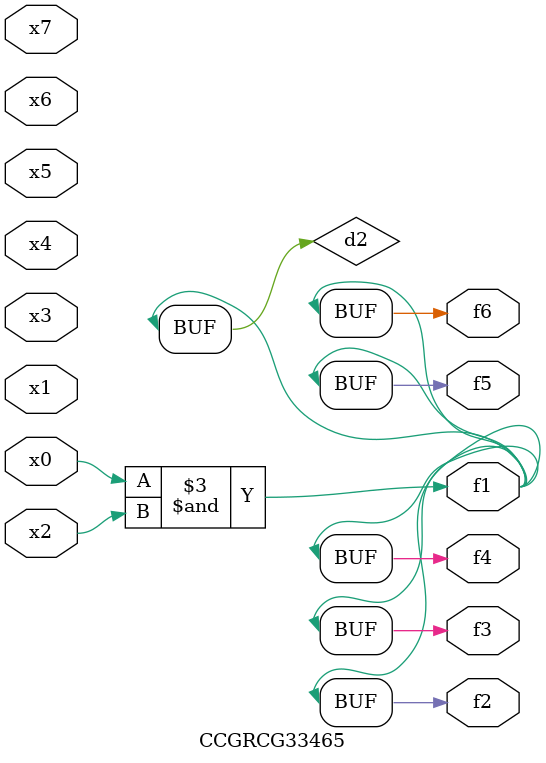
<source format=v>
module CCGRCG33465(
	input x0, x1, x2, x3, x4, x5, x6, x7,
	output f1, f2, f3, f4, f5, f6
);

	wire d1, d2;

	nor (d1, x3, x6);
	and (d2, x0, x2);
	assign f1 = d2;
	assign f2 = d2;
	assign f3 = d2;
	assign f4 = d2;
	assign f5 = d2;
	assign f6 = d2;
endmodule

</source>
